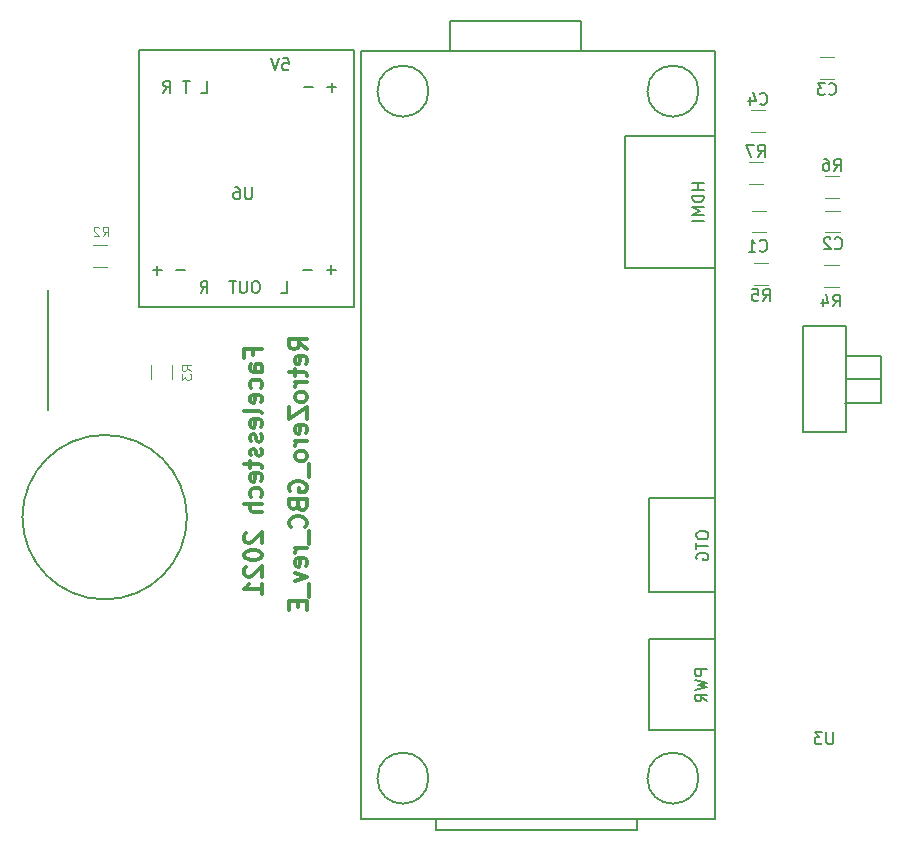
<source format=gbr>
G04 #@! TF.GenerationSoftware,KiCad,Pcbnew,5.1.9+dfsg1-1*
G04 #@! TF.CreationDate,2021-10-13T15:34:27+01:00*
G04 #@! TF.ProjectId,gbc_retrozero_screen_rev_b,6762635f-7265-4747-926f-7a65726f5f73,rev?*
G04 #@! TF.SameCoordinates,Original*
G04 #@! TF.FileFunction,Legend,Bot*
G04 #@! TF.FilePolarity,Positive*
%FSLAX46Y46*%
G04 Gerber Fmt 4.6, Leading zero omitted, Abs format (unit mm)*
G04 Created by KiCad (PCBNEW 5.1.9+dfsg1-1) date 2021-10-13 15:34:27*
%MOMM*%
%LPD*%
G01*
G04 APERTURE LIST*
%ADD10C,0.300000*%
%ADD11C,0.150000*%
%ADD12C,0.120000*%
G04 APERTURE END LIST*
D10*
X71544571Y-79852571D02*
X70830285Y-79352571D01*
X71544571Y-78995428D02*
X70044571Y-78995428D01*
X70044571Y-79566857D01*
X70116000Y-79709714D01*
X70187428Y-79781142D01*
X70330285Y-79852571D01*
X70544571Y-79852571D01*
X70687428Y-79781142D01*
X70758857Y-79709714D01*
X70830285Y-79566857D01*
X70830285Y-78995428D01*
X71473142Y-81066857D02*
X71544571Y-80924000D01*
X71544571Y-80638285D01*
X71473142Y-80495428D01*
X71330285Y-80424000D01*
X70758857Y-80424000D01*
X70616000Y-80495428D01*
X70544571Y-80638285D01*
X70544571Y-80924000D01*
X70616000Y-81066857D01*
X70758857Y-81138285D01*
X70901714Y-81138285D01*
X71044571Y-80424000D01*
X70544571Y-81566857D02*
X70544571Y-82138285D01*
X70044571Y-81781142D02*
X71330285Y-81781142D01*
X71473142Y-81852571D01*
X71544571Y-81995428D01*
X71544571Y-82138285D01*
X71544571Y-82638285D02*
X70544571Y-82638285D01*
X70830285Y-82638285D02*
X70687428Y-82709714D01*
X70616000Y-82781142D01*
X70544571Y-82924000D01*
X70544571Y-83066857D01*
X71544571Y-83781142D02*
X71473142Y-83638285D01*
X71401714Y-83566857D01*
X71258857Y-83495428D01*
X70830285Y-83495428D01*
X70687428Y-83566857D01*
X70616000Y-83638285D01*
X70544571Y-83781142D01*
X70544571Y-83995428D01*
X70616000Y-84138285D01*
X70687428Y-84209714D01*
X70830285Y-84281142D01*
X71258857Y-84281142D01*
X71401714Y-84209714D01*
X71473142Y-84138285D01*
X71544571Y-83995428D01*
X71544571Y-83781142D01*
X70044571Y-84781142D02*
X70044571Y-85781142D01*
X71544571Y-84781142D01*
X71544571Y-85781142D01*
X71473142Y-86924000D02*
X71544571Y-86781142D01*
X71544571Y-86495428D01*
X71473142Y-86352571D01*
X71330285Y-86281142D01*
X70758857Y-86281142D01*
X70616000Y-86352571D01*
X70544571Y-86495428D01*
X70544571Y-86781142D01*
X70616000Y-86924000D01*
X70758857Y-86995428D01*
X70901714Y-86995428D01*
X71044571Y-86281142D01*
X71544571Y-87638285D02*
X70544571Y-87638285D01*
X70830285Y-87638285D02*
X70687428Y-87709714D01*
X70616000Y-87781142D01*
X70544571Y-87924000D01*
X70544571Y-88066857D01*
X71544571Y-88781142D02*
X71473142Y-88638285D01*
X71401714Y-88566857D01*
X71258857Y-88495428D01*
X70830285Y-88495428D01*
X70687428Y-88566857D01*
X70616000Y-88638285D01*
X70544571Y-88781142D01*
X70544571Y-88995428D01*
X70616000Y-89138285D01*
X70687428Y-89209714D01*
X70830285Y-89281142D01*
X71258857Y-89281142D01*
X71401714Y-89209714D01*
X71473142Y-89138285D01*
X71544571Y-88995428D01*
X71544571Y-88781142D01*
X71687428Y-89566857D02*
X71687428Y-90709714D01*
X70116000Y-91852571D02*
X70044571Y-91709714D01*
X70044571Y-91495428D01*
X70116000Y-91281142D01*
X70258857Y-91138285D01*
X70401714Y-91066857D01*
X70687428Y-90995428D01*
X70901714Y-90995428D01*
X71187428Y-91066857D01*
X71330285Y-91138285D01*
X71473142Y-91281142D01*
X71544571Y-91495428D01*
X71544571Y-91638285D01*
X71473142Y-91852571D01*
X71401714Y-91924000D01*
X70901714Y-91924000D01*
X70901714Y-91638285D01*
X70758857Y-93066857D02*
X70830285Y-93281142D01*
X70901714Y-93352571D01*
X71044571Y-93424000D01*
X71258857Y-93424000D01*
X71401714Y-93352571D01*
X71473142Y-93281142D01*
X71544571Y-93138285D01*
X71544571Y-92566857D01*
X70044571Y-92566857D01*
X70044571Y-93066857D01*
X70116000Y-93209714D01*
X70187428Y-93281142D01*
X70330285Y-93352571D01*
X70473142Y-93352571D01*
X70616000Y-93281142D01*
X70687428Y-93209714D01*
X70758857Y-93066857D01*
X70758857Y-92566857D01*
X71401714Y-94924000D02*
X71473142Y-94852571D01*
X71544571Y-94638285D01*
X71544571Y-94495428D01*
X71473142Y-94281142D01*
X71330285Y-94138285D01*
X71187428Y-94066857D01*
X70901714Y-93995428D01*
X70687428Y-93995428D01*
X70401714Y-94066857D01*
X70258857Y-94138285D01*
X70116000Y-94281142D01*
X70044571Y-94495428D01*
X70044571Y-94638285D01*
X70116000Y-94852571D01*
X70187428Y-94924000D01*
X71687428Y-95209714D02*
X71687428Y-96352571D01*
X71544571Y-96709714D02*
X70544571Y-96709714D01*
X70830285Y-96709714D02*
X70687428Y-96781142D01*
X70616000Y-96852571D01*
X70544571Y-96995428D01*
X70544571Y-97138285D01*
X71473142Y-98209714D02*
X71544571Y-98066857D01*
X71544571Y-97781142D01*
X71473142Y-97638285D01*
X71330285Y-97566857D01*
X70758857Y-97566857D01*
X70616000Y-97638285D01*
X70544571Y-97781142D01*
X70544571Y-98066857D01*
X70616000Y-98209714D01*
X70758857Y-98281142D01*
X70901714Y-98281142D01*
X71044571Y-97566857D01*
X70544571Y-98781142D02*
X71544571Y-99138285D01*
X70544571Y-99495428D01*
X71687428Y-99709714D02*
X71687428Y-100852571D01*
X70758857Y-101209714D02*
X70758857Y-101709714D01*
X71544571Y-101924000D02*
X71544571Y-101209714D01*
X70044571Y-101209714D01*
X70044571Y-101924000D01*
X66948857Y-80348571D02*
X66948857Y-79848571D01*
X67734571Y-79848571D02*
X66234571Y-79848571D01*
X66234571Y-80562857D01*
X67734571Y-81777142D02*
X66948857Y-81777142D01*
X66806000Y-81705714D01*
X66734571Y-81562857D01*
X66734571Y-81277142D01*
X66806000Y-81134285D01*
X67663142Y-81777142D02*
X67734571Y-81634285D01*
X67734571Y-81277142D01*
X67663142Y-81134285D01*
X67520285Y-81062857D01*
X67377428Y-81062857D01*
X67234571Y-81134285D01*
X67163142Y-81277142D01*
X67163142Y-81634285D01*
X67091714Y-81777142D01*
X67663142Y-83134285D02*
X67734571Y-82991428D01*
X67734571Y-82705714D01*
X67663142Y-82562857D01*
X67591714Y-82491428D01*
X67448857Y-82420000D01*
X67020285Y-82420000D01*
X66877428Y-82491428D01*
X66806000Y-82562857D01*
X66734571Y-82705714D01*
X66734571Y-82991428D01*
X66806000Y-83134285D01*
X67663142Y-84348571D02*
X67734571Y-84205714D01*
X67734571Y-83920000D01*
X67663142Y-83777142D01*
X67520285Y-83705714D01*
X66948857Y-83705714D01*
X66806000Y-83777142D01*
X66734571Y-83920000D01*
X66734571Y-84205714D01*
X66806000Y-84348571D01*
X66948857Y-84420000D01*
X67091714Y-84420000D01*
X67234571Y-83705714D01*
X67734571Y-85277142D02*
X67663142Y-85134285D01*
X67520285Y-85062857D01*
X66234571Y-85062857D01*
X67663142Y-86420000D02*
X67734571Y-86277142D01*
X67734571Y-85991428D01*
X67663142Y-85848571D01*
X67520285Y-85777142D01*
X66948857Y-85777142D01*
X66806000Y-85848571D01*
X66734571Y-85991428D01*
X66734571Y-86277142D01*
X66806000Y-86420000D01*
X66948857Y-86491428D01*
X67091714Y-86491428D01*
X67234571Y-85777142D01*
X67663142Y-87062857D02*
X67734571Y-87205714D01*
X67734571Y-87491428D01*
X67663142Y-87634285D01*
X67520285Y-87705714D01*
X67448857Y-87705714D01*
X67306000Y-87634285D01*
X67234571Y-87491428D01*
X67234571Y-87277142D01*
X67163142Y-87134285D01*
X67020285Y-87062857D01*
X66948857Y-87062857D01*
X66806000Y-87134285D01*
X66734571Y-87277142D01*
X66734571Y-87491428D01*
X66806000Y-87634285D01*
X67663142Y-88277142D02*
X67734571Y-88420000D01*
X67734571Y-88705714D01*
X67663142Y-88848571D01*
X67520285Y-88920000D01*
X67448857Y-88920000D01*
X67306000Y-88848571D01*
X67234571Y-88705714D01*
X67234571Y-88491428D01*
X67163142Y-88348571D01*
X67020285Y-88277142D01*
X66948857Y-88277142D01*
X66806000Y-88348571D01*
X66734571Y-88491428D01*
X66734571Y-88705714D01*
X66806000Y-88848571D01*
X66734571Y-89348571D02*
X66734571Y-89920000D01*
X66234571Y-89562857D02*
X67520285Y-89562857D01*
X67663142Y-89634285D01*
X67734571Y-89777142D01*
X67734571Y-89920000D01*
X67663142Y-90991428D02*
X67734571Y-90848571D01*
X67734571Y-90562857D01*
X67663142Y-90420000D01*
X67520285Y-90348571D01*
X66948857Y-90348571D01*
X66806000Y-90420000D01*
X66734571Y-90562857D01*
X66734571Y-90848571D01*
X66806000Y-90991428D01*
X66948857Y-91062857D01*
X67091714Y-91062857D01*
X67234571Y-90348571D01*
X67663142Y-92348571D02*
X67734571Y-92205714D01*
X67734571Y-91920000D01*
X67663142Y-91777142D01*
X67591714Y-91705714D01*
X67448857Y-91634285D01*
X67020285Y-91634285D01*
X66877428Y-91705714D01*
X66806000Y-91777142D01*
X66734571Y-91920000D01*
X66734571Y-92205714D01*
X66806000Y-92348571D01*
X67734571Y-92991428D02*
X66234571Y-92991428D01*
X67734571Y-93634285D02*
X66948857Y-93634285D01*
X66806000Y-93562857D01*
X66734571Y-93420000D01*
X66734571Y-93205714D01*
X66806000Y-93062857D01*
X66877428Y-92991428D01*
X66377428Y-95420000D02*
X66306000Y-95491428D01*
X66234571Y-95634285D01*
X66234571Y-95991428D01*
X66306000Y-96134285D01*
X66377428Y-96205714D01*
X66520285Y-96277142D01*
X66663142Y-96277142D01*
X66877428Y-96205714D01*
X67734571Y-95348571D01*
X67734571Y-96277142D01*
X66234571Y-97205714D02*
X66234571Y-97348571D01*
X66306000Y-97491428D01*
X66377428Y-97562857D01*
X66520285Y-97634285D01*
X66806000Y-97705714D01*
X67163142Y-97705714D01*
X67448857Y-97634285D01*
X67591714Y-97562857D01*
X67663142Y-97491428D01*
X67734571Y-97348571D01*
X67734571Y-97205714D01*
X67663142Y-97062857D01*
X67591714Y-96991428D01*
X67448857Y-96920000D01*
X67163142Y-96848571D01*
X66806000Y-96848571D01*
X66520285Y-96920000D01*
X66377428Y-96991428D01*
X66306000Y-97062857D01*
X66234571Y-97205714D01*
X66377428Y-98277142D02*
X66306000Y-98348571D01*
X66234571Y-98491428D01*
X66234571Y-98848571D01*
X66306000Y-98991428D01*
X66377428Y-99062857D01*
X66520285Y-99134285D01*
X66663142Y-99134285D01*
X66877428Y-99062857D01*
X67734571Y-98205714D01*
X67734571Y-99134285D01*
X67734571Y-100562857D02*
X67734571Y-99705714D01*
X67734571Y-100134285D02*
X66234571Y-100134285D01*
X66448857Y-99991428D01*
X66591714Y-99848571D01*
X66663142Y-99705714D01*
D11*
X75549100Y-54541900D02*
X57311900Y-54541900D01*
X75549100Y-76246200D02*
X75549100Y-54541900D01*
X57311900Y-76246200D02*
X75549100Y-76246200D01*
X57311900Y-54541900D02*
X57311900Y-76246200D01*
X82464000Y-120544500D02*
X82464000Y-119592000D01*
X99482000Y-120544500D02*
X99482000Y-119592000D01*
X82464000Y-120544500D02*
X99482000Y-120544500D01*
X94719500Y-52091500D02*
X94719500Y-54568000D01*
X83670500Y-52091500D02*
X83670500Y-54568000D01*
X94719500Y-52091500D02*
X83670500Y-52091500D01*
X104689000Y-116163000D02*
G75*
G03*
X104689000Y-116163000I-2159000J0D01*
G01*
X81829000Y-116163000D02*
G75*
G03*
X81829000Y-116163000I-2159000J0D01*
G01*
X81829000Y-57997000D02*
G75*
G03*
X81829000Y-57997000I-2159000J0D01*
G01*
X104689000Y-57997000D02*
G75*
G03*
X104689000Y-57997000I-2159000J0D01*
G01*
X100498000Y-100415000D02*
X106086000Y-100415000D01*
X100498000Y-92414000D02*
X100498000Y-100415000D01*
X106086000Y-92414000D02*
X100498000Y-92414000D01*
X100498000Y-112099000D02*
X106086000Y-112099000D01*
X100498000Y-104352000D02*
X100498000Y-112099000D01*
X106086000Y-104352000D02*
X100498000Y-104352000D01*
X98466000Y-61807000D02*
X106086000Y-61807000D01*
X98466000Y-72983000D02*
X98466000Y-61807000D01*
X106086000Y-72983000D02*
X98466000Y-72983000D01*
X106086000Y-54568000D02*
X106086000Y-119592000D01*
X76114000Y-54568000D02*
X106086000Y-54568000D01*
X76114000Y-54568000D02*
X76114000Y-61934000D01*
X76114000Y-119592000D02*
X106086000Y-119592000D01*
X76114000Y-119592000D02*
X76114000Y-112226000D01*
X76114000Y-112226000D02*
X76114000Y-61934000D01*
D12*
X53425436Y-71040000D02*
X54629564Y-71040000D01*
X53425436Y-72860000D02*
X54629564Y-72860000D01*
D11*
X117148200Y-82384200D02*
X120150480Y-82389280D01*
X120150480Y-80397920D02*
X120150480Y-84385720D01*
X117153280Y-80392840D02*
X120155560Y-80397920D01*
X117132960Y-84385720D02*
X120135240Y-84390800D01*
X117143120Y-77888400D02*
X117143120Y-86895240D01*
X113531240Y-77888400D02*
X113531240Y-86895240D01*
X117143120Y-77888400D02*
X113531240Y-77888400D01*
X113521080Y-86890160D02*
X113531240Y-86890160D01*
X117132960Y-86890160D02*
X113521080Y-86890160D01*
X61379036Y-94070740D02*
G75*
G03*
X61379036Y-94070740I-6962948J0D01*
G01*
D12*
X60160000Y-82414564D02*
X60160000Y-81210436D01*
X58340000Y-82414564D02*
X58340000Y-81210436D01*
X116644564Y-68110000D02*
X115440436Y-68110000D01*
X116644564Y-69930000D02*
X115440436Y-69930000D01*
X110419564Y-69930000D02*
X109215436Y-69930000D01*
X110419564Y-68110000D02*
X109215436Y-68110000D01*
X114955436Y-55130000D02*
X116159564Y-55130000D01*
X114955436Y-56950000D02*
X116159564Y-56950000D01*
X110349564Y-59610000D02*
X109145436Y-59610000D01*
X110349564Y-61430000D02*
X109145436Y-61430000D01*
X116564564Y-74560000D02*
X115360436Y-74560000D01*
X116564564Y-72740000D02*
X115360436Y-72740000D01*
X109375436Y-74410000D02*
X110579564Y-74410000D01*
X109375436Y-72590000D02*
X110579564Y-72590000D01*
X116594564Y-65200000D02*
X115390436Y-65200000D01*
X116594564Y-67020000D02*
X115390436Y-67020000D01*
X110154564Y-65830000D02*
X108950436Y-65830000D01*
X110154564Y-64010000D02*
X108950436Y-64010000D01*
D11*
X49619200Y-74830000D02*
X49619200Y-84990000D01*
X66887604Y-66148180D02*
X66887604Y-66957704D01*
X66839985Y-67052942D01*
X66792366Y-67100561D01*
X66697128Y-67148180D01*
X66506652Y-67148180D01*
X66411414Y-67100561D01*
X66363795Y-67052942D01*
X66316176Y-66957704D01*
X66316176Y-66148180D01*
X65411414Y-66148180D02*
X65601890Y-66148180D01*
X65697128Y-66195800D01*
X65744747Y-66243419D01*
X65839985Y-66386276D01*
X65887604Y-66576752D01*
X65887604Y-66957704D01*
X65839985Y-67052942D01*
X65792366Y-67100561D01*
X65697128Y-67148180D01*
X65506652Y-67148180D01*
X65411414Y-67100561D01*
X65363795Y-67052942D01*
X65316176Y-66957704D01*
X65316176Y-66719609D01*
X65363795Y-66624371D01*
X65411414Y-66576752D01*
X65506652Y-66529133D01*
X65697128Y-66529133D01*
X65792366Y-66576752D01*
X65839985Y-66624371D01*
X65887604Y-66719609D01*
X62582233Y-58131180D02*
X63058423Y-58131180D01*
X63058423Y-57131180D01*
X61629852Y-57131180D02*
X61058423Y-57131180D01*
X61344138Y-58131180D02*
X61344138Y-57131180D01*
X59391757Y-58131180D02*
X59725090Y-57654990D01*
X59963185Y-58131180D02*
X59963185Y-57131180D01*
X59582233Y-57131180D01*
X59486995Y-57178800D01*
X59439376Y-57226419D01*
X59391757Y-57321657D01*
X59391757Y-57464514D01*
X59439376Y-57559752D01*
X59486995Y-57607371D01*
X59582233Y-57654990D01*
X59963185Y-57654990D01*
X74021752Y-57661328D02*
X73259847Y-57661328D01*
X73640800Y-58042280D02*
X73640800Y-57280376D01*
X72021752Y-57661328D02*
X71259847Y-57661328D01*
X69344757Y-75072980D02*
X69820947Y-75072980D01*
X69820947Y-74072980D01*
X67297138Y-74072980D02*
X67106661Y-74072980D01*
X67011423Y-74120600D01*
X66916185Y-74215838D01*
X66868566Y-74406314D01*
X66868566Y-74739647D01*
X66916185Y-74930123D01*
X67011423Y-75025361D01*
X67106661Y-75072980D01*
X67297138Y-75072980D01*
X67392376Y-75025361D01*
X67487614Y-74930123D01*
X67535233Y-74739647D01*
X67535233Y-74406314D01*
X67487614Y-74215838D01*
X67392376Y-74120600D01*
X67297138Y-74072980D01*
X66439995Y-74072980D02*
X66439995Y-74882504D01*
X66392376Y-74977742D01*
X66344757Y-75025361D01*
X66249519Y-75072980D01*
X66059042Y-75072980D01*
X65963804Y-75025361D01*
X65916185Y-74977742D01*
X65868566Y-74882504D01*
X65868566Y-74072980D01*
X65535233Y-74072980D02*
X64963804Y-74072980D01*
X65249519Y-75072980D02*
X65249519Y-74072980D01*
X62535233Y-75072980D02*
X62868566Y-74596790D01*
X63106661Y-75072980D02*
X63106661Y-74072980D01*
X62725709Y-74072980D01*
X62630471Y-74120600D01*
X62582852Y-74168219D01*
X62535233Y-74263457D01*
X62535233Y-74406314D01*
X62582852Y-74501552D01*
X62630471Y-74549171D01*
X62725709Y-74596790D01*
X63106661Y-74596790D01*
X61258252Y-73180728D02*
X60496347Y-73180728D01*
X59258252Y-73180728D02*
X58496347Y-73180728D01*
X58877300Y-73561680D02*
X58877300Y-72799776D01*
X73983652Y-73104528D02*
X73221747Y-73104528D01*
X73602700Y-73485480D02*
X73602700Y-72723576D01*
X71983652Y-73104528D02*
X71221747Y-73104528D01*
X69478476Y-55226180D02*
X69954666Y-55226180D01*
X70002285Y-55702371D01*
X69954666Y-55654752D01*
X69859428Y-55607133D01*
X69621333Y-55607133D01*
X69526095Y-55654752D01*
X69478476Y-55702371D01*
X69430857Y-55797609D01*
X69430857Y-56035704D01*
X69478476Y-56130942D01*
X69526095Y-56178561D01*
X69621333Y-56226180D01*
X69859428Y-56226180D01*
X69954666Y-56178561D01*
X70002285Y-56130942D01*
X69145142Y-55226180D02*
X68811809Y-56226180D01*
X68478476Y-55226180D01*
X105141380Y-65799761D02*
X104141380Y-65799761D01*
X104617571Y-65799761D02*
X104617571Y-66371190D01*
X105141380Y-66371190D02*
X104141380Y-66371190D01*
X105141380Y-66847380D02*
X104141380Y-66847380D01*
X104141380Y-67085476D01*
X104189000Y-67228333D01*
X104284238Y-67323571D01*
X104379476Y-67371190D01*
X104569952Y-67418809D01*
X104712809Y-67418809D01*
X104903285Y-67371190D01*
X104998523Y-67323571D01*
X105093761Y-67228333D01*
X105141380Y-67085476D01*
X105141380Y-66847380D01*
X105141380Y-67847380D02*
X104141380Y-67847380D01*
X104855666Y-68180714D01*
X104141380Y-68514047D01*
X105141380Y-68514047D01*
X105141380Y-68990238D02*
X104141380Y-68990238D01*
X104522380Y-95501809D02*
X104522380Y-95692285D01*
X104570000Y-95787523D01*
X104665238Y-95882761D01*
X104855714Y-95930380D01*
X105189047Y-95930380D01*
X105379523Y-95882761D01*
X105474761Y-95787523D01*
X105522380Y-95692285D01*
X105522380Y-95501809D01*
X105474761Y-95406571D01*
X105379523Y-95311333D01*
X105189047Y-95263714D01*
X104855714Y-95263714D01*
X104665238Y-95311333D01*
X104570000Y-95406571D01*
X104522380Y-95501809D01*
X104522380Y-96216095D02*
X104522380Y-96787523D01*
X105522380Y-96501809D02*
X104522380Y-96501809D01*
X104570000Y-97644666D02*
X104522380Y-97549428D01*
X104522380Y-97406571D01*
X104570000Y-97263714D01*
X104665238Y-97168476D01*
X104760476Y-97120857D01*
X104950952Y-97073238D01*
X105093809Y-97073238D01*
X105284285Y-97120857D01*
X105379523Y-97168476D01*
X105474761Y-97263714D01*
X105522380Y-97406571D01*
X105522380Y-97501809D01*
X105474761Y-97644666D01*
X105427142Y-97692285D01*
X105093809Y-97692285D01*
X105093809Y-97501809D01*
X105395380Y-106955666D02*
X104395380Y-106955666D01*
X104395380Y-107336619D01*
X104443000Y-107431857D01*
X104490619Y-107479476D01*
X104585857Y-107527095D01*
X104728714Y-107527095D01*
X104823952Y-107479476D01*
X104871571Y-107431857D01*
X104919190Y-107336619D01*
X104919190Y-106955666D01*
X104395380Y-107860428D02*
X105395380Y-108098523D01*
X104681095Y-108289000D01*
X105395380Y-108479476D01*
X104395380Y-108717571D01*
X105395380Y-109669952D02*
X104919190Y-109336619D01*
X105395380Y-109098523D02*
X104395380Y-109098523D01*
X104395380Y-109479476D01*
X104443000Y-109574714D01*
X104490619Y-109622333D01*
X104585857Y-109669952D01*
X104728714Y-109669952D01*
X104823952Y-109622333D01*
X104871571Y-109574714D01*
X104919190Y-109479476D01*
X104919190Y-109098523D01*
D12*
X54235333Y-70288104D02*
X54502000Y-69907152D01*
X54692476Y-70288104D02*
X54692476Y-69488104D01*
X54387714Y-69488104D01*
X54311523Y-69526200D01*
X54273428Y-69564295D01*
X54235333Y-69640485D01*
X54235333Y-69754771D01*
X54273428Y-69830961D01*
X54311523Y-69869057D01*
X54387714Y-69907152D01*
X54692476Y-69907152D01*
X53930571Y-69564295D02*
X53892476Y-69526200D01*
X53816285Y-69488104D01*
X53625809Y-69488104D01*
X53549619Y-69526200D01*
X53511523Y-69564295D01*
X53473428Y-69640485D01*
X53473428Y-69716676D01*
X53511523Y-69830961D01*
X53968666Y-70288104D01*
X53473428Y-70288104D01*
X61728304Y-81680066D02*
X61347352Y-81413400D01*
X61728304Y-81222923D02*
X60928304Y-81222923D01*
X60928304Y-81527685D01*
X60966400Y-81603876D01*
X61004495Y-81641971D01*
X61080685Y-81680066D01*
X61194971Y-81680066D01*
X61271161Y-81641971D01*
X61309257Y-81603876D01*
X61347352Y-81527685D01*
X61347352Y-81222923D01*
X60928304Y-81946733D02*
X60928304Y-82441971D01*
X61233066Y-82175304D01*
X61233066Y-82289590D01*
X61271161Y-82365780D01*
X61309257Y-82403876D01*
X61385447Y-82441971D01*
X61575923Y-82441971D01*
X61652114Y-82403876D01*
X61690209Y-82365780D01*
X61728304Y-82289590D01*
X61728304Y-82061019D01*
X61690209Y-81984828D01*
X61652114Y-81946733D01*
D11*
X116244666Y-71286642D02*
X116292285Y-71334261D01*
X116435142Y-71381880D01*
X116530380Y-71381880D01*
X116673238Y-71334261D01*
X116768476Y-71239023D01*
X116816095Y-71143785D01*
X116863714Y-70953309D01*
X116863714Y-70810452D01*
X116816095Y-70619976D01*
X116768476Y-70524738D01*
X116673238Y-70429500D01*
X116530380Y-70381880D01*
X116435142Y-70381880D01*
X116292285Y-70429500D01*
X116244666Y-70477119D01*
X115863714Y-70477119D02*
X115816095Y-70429500D01*
X115720857Y-70381880D01*
X115482761Y-70381880D01*
X115387523Y-70429500D01*
X115339904Y-70477119D01*
X115292285Y-70572357D01*
X115292285Y-70667595D01*
X115339904Y-70810452D01*
X115911333Y-71381880D01*
X115292285Y-71381880D01*
X109881966Y-71489842D02*
X109929585Y-71537461D01*
X110072442Y-71585080D01*
X110167680Y-71585080D01*
X110310538Y-71537461D01*
X110405776Y-71442223D01*
X110453395Y-71346985D01*
X110501014Y-71156509D01*
X110501014Y-71013652D01*
X110453395Y-70823176D01*
X110405776Y-70727938D01*
X110310538Y-70632700D01*
X110167680Y-70585080D01*
X110072442Y-70585080D01*
X109929585Y-70632700D01*
X109881966Y-70680319D01*
X108929585Y-71585080D02*
X109501014Y-71585080D01*
X109215300Y-71585080D02*
X109215300Y-70585080D01*
X109310538Y-70727938D01*
X109405776Y-70823176D01*
X109501014Y-70870795D01*
X115724166Y-58217142D02*
X115771785Y-58264761D01*
X115914642Y-58312380D01*
X116009880Y-58312380D01*
X116152738Y-58264761D01*
X116247976Y-58169523D01*
X116295595Y-58074285D01*
X116343214Y-57883809D01*
X116343214Y-57740952D01*
X116295595Y-57550476D01*
X116247976Y-57455238D01*
X116152738Y-57360000D01*
X116009880Y-57312380D01*
X115914642Y-57312380D01*
X115771785Y-57360000D01*
X115724166Y-57407619D01*
X115390833Y-57312380D02*
X114771785Y-57312380D01*
X115105119Y-57693333D01*
X114962261Y-57693333D01*
X114867023Y-57740952D01*
X114819404Y-57788571D01*
X114771785Y-57883809D01*
X114771785Y-58121904D01*
X114819404Y-58217142D01*
X114867023Y-58264761D01*
X114962261Y-58312380D01*
X115247976Y-58312380D01*
X115343214Y-58264761D01*
X115390833Y-58217142D01*
X109914166Y-59057142D02*
X109961785Y-59104761D01*
X110104642Y-59152380D01*
X110199880Y-59152380D01*
X110342738Y-59104761D01*
X110437976Y-59009523D01*
X110485595Y-58914285D01*
X110533214Y-58723809D01*
X110533214Y-58580952D01*
X110485595Y-58390476D01*
X110437976Y-58295238D01*
X110342738Y-58200000D01*
X110199880Y-58152380D01*
X110104642Y-58152380D01*
X109961785Y-58200000D01*
X109914166Y-58247619D01*
X109057023Y-58485714D02*
X109057023Y-59152380D01*
X109295119Y-58104761D02*
X109533214Y-58819047D01*
X108914166Y-58819047D01*
X116079566Y-76233280D02*
X116412900Y-75757090D01*
X116650995Y-76233280D02*
X116650995Y-75233280D01*
X116270042Y-75233280D01*
X116174804Y-75280900D01*
X116127185Y-75328519D01*
X116079566Y-75423757D01*
X116079566Y-75566614D01*
X116127185Y-75661852D01*
X116174804Y-75709471D01*
X116270042Y-75757090D01*
X116650995Y-75757090D01*
X115222423Y-75566614D02*
X115222423Y-76233280D01*
X115460519Y-75185661D02*
X115698614Y-75899947D01*
X115079566Y-75899947D01*
X110144166Y-75772380D02*
X110477500Y-75296190D01*
X110715595Y-75772380D02*
X110715595Y-74772380D01*
X110334642Y-74772380D01*
X110239404Y-74820000D01*
X110191785Y-74867619D01*
X110144166Y-74962857D01*
X110144166Y-75105714D01*
X110191785Y-75200952D01*
X110239404Y-75248571D01*
X110334642Y-75296190D01*
X110715595Y-75296190D01*
X109239404Y-74772380D02*
X109715595Y-74772380D01*
X109763214Y-75248571D01*
X109715595Y-75200952D01*
X109620357Y-75153333D01*
X109382261Y-75153333D01*
X109287023Y-75200952D01*
X109239404Y-75248571D01*
X109191785Y-75343809D01*
X109191785Y-75581904D01*
X109239404Y-75677142D01*
X109287023Y-75724761D01*
X109382261Y-75772380D01*
X109620357Y-75772380D01*
X109715595Y-75724761D01*
X109763214Y-75677142D01*
X116159166Y-64742380D02*
X116492500Y-64266190D01*
X116730595Y-64742380D02*
X116730595Y-63742380D01*
X116349642Y-63742380D01*
X116254404Y-63790000D01*
X116206785Y-63837619D01*
X116159166Y-63932857D01*
X116159166Y-64075714D01*
X116206785Y-64170952D01*
X116254404Y-64218571D01*
X116349642Y-64266190D01*
X116730595Y-64266190D01*
X115302023Y-63742380D02*
X115492500Y-63742380D01*
X115587738Y-63790000D01*
X115635357Y-63837619D01*
X115730595Y-63980476D01*
X115778214Y-64170952D01*
X115778214Y-64551904D01*
X115730595Y-64647142D01*
X115682976Y-64694761D01*
X115587738Y-64742380D01*
X115397261Y-64742380D01*
X115302023Y-64694761D01*
X115254404Y-64647142D01*
X115206785Y-64551904D01*
X115206785Y-64313809D01*
X115254404Y-64218571D01*
X115302023Y-64170952D01*
X115397261Y-64123333D01*
X115587738Y-64123333D01*
X115682976Y-64170952D01*
X115730595Y-64218571D01*
X115778214Y-64313809D01*
X109719166Y-63552380D02*
X110052500Y-63076190D01*
X110290595Y-63552380D02*
X110290595Y-62552380D01*
X109909642Y-62552380D01*
X109814404Y-62600000D01*
X109766785Y-62647619D01*
X109719166Y-62742857D01*
X109719166Y-62885714D01*
X109766785Y-62980952D01*
X109814404Y-63028571D01*
X109909642Y-63076190D01*
X110290595Y-63076190D01*
X109385833Y-62552380D02*
X108719166Y-62552380D01*
X109147738Y-63552380D01*
X116103304Y-112289340D02*
X116103304Y-113098864D01*
X116055685Y-113194102D01*
X116008066Y-113241721D01*
X115912828Y-113289340D01*
X115722352Y-113289340D01*
X115627114Y-113241721D01*
X115579495Y-113194102D01*
X115531876Y-113098864D01*
X115531876Y-112289340D01*
X115150923Y-112289340D02*
X114531876Y-112289340D01*
X114865209Y-112670293D01*
X114722352Y-112670293D01*
X114627114Y-112717912D01*
X114579495Y-112765531D01*
X114531876Y-112860769D01*
X114531876Y-113098864D01*
X114579495Y-113194102D01*
X114627114Y-113241721D01*
X114722352Y-113289340D01*
X115008066Y-113289340D01*
X115103304Y-113241721D01*
X115150923Y-113194102D01*
M02*

</source>
